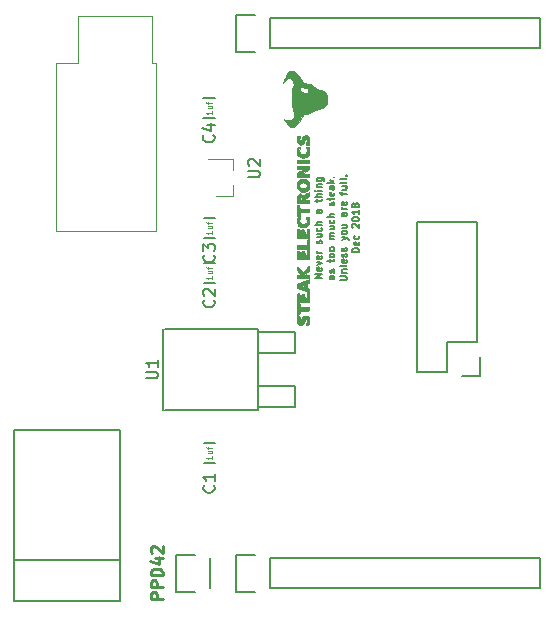
<source format=gbr>
G04 #@! TF.GenerationSoftware,KiCad,Pcbnew,5.0.0-rc2*
G04 #@! TF.CreationDate,2018-12-06T01:23:10-05:00*
G04 #@! TF.ProjectId,msp_shield,6D73705F736869656C642E6B69636164,rev?*
G04 #@! TF.SameCoordinates,Original*
G04 #@! TF.FileFunction,Legend,Top*
G04 #@! TF.FilePolarity,Positive*
%FSLAX46Y46*%
G04 Gerber Fmt 4.6, Leading zero omitted, Abs format (unit mm)*
G04 Created by KiCad (PCBNEW 5.0.0-rc2) date Thu Dec  6 01:23:10 2018*
%MOMM*%
%LPD*%
G01*
G04 APERTURE LIST*
%ADD10C,0.250000*%
%ADD11C,0.150000*%
%ADD12C,0.120000*%
%ADD13C,0.010000*%
%ADD14C,0.125000*%
G04 APERTURE END LIST*
D10*
X128722380Y-113974285D02*
X127722380Y-113974285D01*
X127722380Y-113593333D01*
X127769999Y-113498095D01*
X127817619Y-113450476D01*
X127912857Y-113402857D01*
X128055714Y-113402857D01*
X128150952Y-113450476D01*
X128198571Y-113498095D01*
X128246190Y-113593333D01*
X128246190Y-113974285D01*
X128722380Y-112974285D02*
X127722380Y-112974285D01*
X127722380Y-112593333D01*
X127769999Y-112498095D01*
X127817619Y-112450476D01*
X127912857Y-112402857D01*
X128055714Y-112402857D01*
X128150952Y-112450476D01*
X128198571Y-112498095D01*
X128246190Y-112593333D01*
X128246190Y-112974285D01*
X128722380Y-111974285D02*
X127722380Y-111974285D01*
X127722380Y-111736190D01*
X127770000Y-111593333D01*
X127865238Y-111498095D01*
X127960476Y-111450476D01*
X128150952Y-111402857D01*
X128293809Y-111402857D01*
X128484285Y-111450476D01*
X128579523Y-111498095D01*
X128674761Y-111593333D01*
X128722380Y-111736190D01*
X128722380Y-111974285D01*
X128055714Y-110545714D02*
X128722380Y-110545714D01*
X127674761Y-110783809D02*
X128389047Y-111021904D01*
X128389047Y-110402857D01*
X127817619Y-110069523D02*
X127770000Y-110021904D01*
X127722380Y-109926666D01*
X127722380Y-109688571D01*
X127770000Y-109593333D01*
X127817619Y-109545714D01*
X127912857Y-109498095D01*
X128008095Y-109498095D01*
X128150952Y-109545714D01*
X128722380Y-110117142D01*
X128722380Y-109498095D01*
D11*
X142206428Y-86778571D02*
X141606428Y-86778571D01*
X142206428Y-86435714D01*
X141606428Y-86435714D01*
X142177857Y-85921428D02*
X142206428Y-85978571D01*
X142206428Y-86092857D01*
X142177857Y-86149999D01*
X142120714Y-86178571D01*
X141892142Y-86178571D01*
X141834999Y-86149999D01*
X141806428Y-86092857D01*
X141806428Y-85978571D01*
X141834999Y-85921428D01*
X141892142Y-85892857D01*
X141949285Y-85892857D01*
X142006428Y-86178571D01*
X141806428Y-85692857D02*
X142206428Y-85549999D01*
X141806428Y-85407142D01*
X142177857Y-84949999D02*
X142206428Y-85007142D01*
X142206428Y-85121428D01*
X142177857Y-85178571D01*
X142120714Y-85207142D01*
X141892142Y-85207142D01*
X141834999Y-85178571D01*
X141806428Y-85121428D01*
X141806428Y-85007142D01*
X141834999Y-84949999D01*
X141892142Y-84921428D01*
X141949285Y-84921428D01*
X142006428Y-85207142D01*
X142206428Y-84664285D02*
X141806428Y-84664285D01*
X141920714Y-84664285D02*
X141863571Y-84635714D01*
X141834999Y-84607142D01*
X141806428Y-84549999D01*
X141806428Y-84492857D01*
X142177857Y-83864285D02*
X142206428Y-83807142D01*
X142206428Y-83692857D01*
X142177857Y-83635714D01*
X142120714Y-83607142D01*
X142092142Y-83607142D01*
X142034999Y-83635714D01*
X142006428Y-83692857D01*
X142006428Y-83778571D01*
X141977857Y-83835714D01*
X141920714Y-83864285D01*
X141892142Y-83864285D01*
X141834999Y-83835714D01*
X141806428Y-83778571D01*
X141806428Y-83692857D01*
X141834999Y-83635714D01*
X141806428Y-83092857D02*
X142206428Y-83092857D01*
X141806428Y-83349999D02*
X142120714Y-83349999D01*
X142177857Y-83321428D01*
X142206428Y-83264285D01*
X142206428Y-83178571D01*
X142177857Y-83121428D01*
X142149285Y-83092857D01*
X142177857Y-82549999D02*
X142206428Y-82607142D01*
X142206428Y-82721428D01*
X142177857Y-82778571D01*
X142149285Y-82807142D01*
X142092142Y-82835714D01*
X141920714Y-82835714D01*
X141863571Y-82807142D01*
X141834999Y-82778571D01*
X141806428Y-82721428D01*
X141806428Y-82607142D01*
X141835000Y-82549999D01*
X142206428Y-82292857D02*
X141606428Y-82292857D01*
X142206428Y-82035714D02*
X141892142Y-82035714D01*
X141835000Y-82064285D01*
X141806428Y-82121428D01*
X141806428Y-82207142D01*
X141835000Y-82264285D01*
X141863571Y-82292857D01*
X142206428Y-81035714D02*
X141892142Y-81035714D01*
X141835000Y-81064285D01*
X141806428Y-81121428D01*
X141806428Y-81235714D01*
X141835000Y-81292857D01*
X142177857Y-81035714D02*
X142206428Y-81092857D01*
X142206428Y-81235714D01*
X142177857Y-81292857D01*
X142120714Y-81321428D01*
X142063571Y-81321428D01*
X142006428Y-81292857D01*
X141977857Y-81235714D01*
X141977857Y-81092857D01*
X141949285Y-81035714D01*
X141806428Y-80378571D02*
X141806428Y-80149999D01*
X141606428Y-80292857D02*
X142120714Y-80292857D01*
X142177857Y-80264285D01*
X142206428Y-80207142D01*
X142206428Y-80149999D01*
X142206428Y-79949999D02*
X141606428Y-79949999D01*
X142206428Y-79692857D02*
X141892142Y-79692857D01*
X141835000Y-79721428D01*
X141806428Y-79778571D01*
X141806428Y-79864285D01*
X141835000Y-79921428D01*
X141863571Y-79949999D01*
X142206428Y-79407142D02*
X141806428Y-79407142D01*
X141606428Y-79407142D02*
X141635000Y-79435714D01*
X141663571Y-79407142D01*
X141635000Y-79378571D01*
X141606428Y-79407142D01*
X141663571Y-79407142D01*
X141806428Y-79121428D02*
X142206428Y-79121428D01*
X141863571Y-79121428D02*
X141835000Y-79092857D01*
X141806428Y-79035714D01*
X141806428Y-78949999D01*
X141835000Y-78892857D01*
X141892142Y-78864285D01*
X142206428Y-78864285D01*
X141806428Y-78321428D02*
X142292142Y-78321428D01*
X142349285Y-78349999D01*
X142377857Y-78378571D01*
X142406428Y-78435714D01*
X142406428Y-78521428D01*
X142377857Y-78578571D01*
X142177857Y-78321428D02*
X142206428Y-78378571D01*
X142206428Y-78492857D01*
X142177857Y-78549999D01*
X142149285Y-78578571D01*
X142092142Y-78607142D01*
X141920714Y-78607142D01*
X141863571Y-78578571D01*
X141835000Y-78549999D01*
X141806428Y-78492857D01*
X141806428Y-78378571D01*
X141835000Y-78321428D01*
X143256428Y-86592857D02*
X142942142Y-86592857D01*
X142884999Y-86621428D01*
X142856428Y-86678571D01*
X142856428Y-86792857D01*
X142884999Y-86849999D01*
X143227857Y-86592857D02*
X143256428Y-86649999D01*
X143256428Y-86792857D01*
X143227857Y-86849999D01*
X143170714Y-86878571D01*
X143113571Y-86878571D01*
X143056428Y-86849999D01*
X143027857Y-86792857D01*
X143027857Y-86649999D01*
X142999285Y-86592857D01*
X143227857Y-86335714D02*
X143256428Y-86278571D01*
X143256428Y-86164285D01*
X143227857Y-86107142D01*
X143170714Y-86078571D01*
X143142142Y-86078571D01*
X143084999Y-86107142D01*
X143056428Y-86164285D01*
X143056428Y-86249999D01*
X143027857Y-86307142D01*
X142970714Y-86335714D01*
X142942142Y-86335714D01*
X142884999Y-86307142D01*
X142856428Y-86249999D01*
X142856428Y-86164285D01*
X142884999Y-86107142D01*
X142856428Y-85449999D02*
X142856428Y-85221428D01*
X142656428Y-85364285D02*
X143170714Y-85364285D01*
X143227857Y-85335714D01*
X143256428Y-85278571D01*
X143256428Y-85221428D01*
X143256428Y-84935714D02*
X143227857Y-84992857D01*
X143199285Y-85021428D01*
X143142142Y-85049999D01*
X142970714Y-85049999D01*
X142913571Y-85021428D01*
X142884999Y-84992857D01*
X142856428Y-84935714D01*
X142856428Y-84849999D01*
X142884999Y-84792857D01*
X142913571Y-84764285D01*
X142970714Y-84735714D01*
X143142142Y-84735714D01*
X143199285Y-84764285D01*
X143227857Y-84792857D01*
X143256428Y-84849999D01*
X143256428Y-84935714D01*
X143256428Y-84392857D02*
X143227857Y-84449999D01*
X143199285Y-84478571D01*
X143142142Y-84507142D01*
X142970714Y-84507142D01*
X142913571Y-84478571D01*
X142884999Y-84449999D01*
X142856428Y-84392857D01*
X142856428Y-84307142D01*
X142884999Y-84249999D01*
X142913571Y-84221428D01*
X142970714Y-84192857D01*
X143142142Y-84192857D01*
X143199285Y-84221428D01*
X143227857Y-84249999D01*
X143256428Y-84307142D01*
X143256428Y-84392857D01*
X143256428Y-83478571D02*
X142856428Y-83478571D01*
X142913571Y-83478571D02*
X142884999Y-83449999D01*
X142856428Y-83392857D01*
X142856428Y-83307142D01*
X142884999Y-83249999D01*
X142942142Y-83221428D01*
X143256428Y-83221428D01*
X142942142Y-83221428D02*
X142884999Y-83192857D01*
X142856428Y-83135714D01*
X142856428Y-83049999D01*
X142884999Y-82992857D01*
X142942142Y-82964285D01*
X143256428Y-82964285D01*
X142856428Y-82421428D02*
X143256428Y-82421428D01*
X142856428Y-82678571D02*
X143170714Y-82678571D01*
X143227857Y-82649999D01*
X143256428Y-82592857D01*
X143256428Y-82507142D01*
X143227857Y-82449999D01*
X143199285Y-82421428D01*
X143227857Y-81878571D02*
X143256428Y-81935714D01*
X143256428Y-82049999D01*
X143227857Y-82107142D01*
X143199285Y-82135714D01*
X143142142Y-82164285D01*
X142970714Y-82164285D01*
X142913571Y-82135714D01*
X142885000Y-82107142D01*
X142856428Y-82049999D01*
X142856428Y-81935714D01*
X142885000Y-81878571D01*
X143256428Y-81621428D02*
X142656428Y-81621428D01*
X143256428Y-81364285D02*
X142942142Y-81364285D01*
X142885000Y-81392857D01*
X142856428Y-81449999D01*
X142856428Y-81535714D01*
X142885000Y-81592857D01*
X142913571Y-81621428D01*
X143227857Y-80649999D02*
X143256428Y-80592857D01*
X143256428Y-80478571D01*
X143227857Y-80421428D01*
X143170714Y-80392857D01*
X143142142Y-80392857D01*
X143085000Y-80421428D01*
X143056428Y-80478571D01*
X143056428Y-80564285D01*
X143027857Y-80621428D01*
X142970714Y-80649999D01*
X142942142Y-80649999D01*
X142885000Y-80621428D01*
X142856428Y-80564285D01*
X142856428Y-80478571D01*
X142885000Y-80421428D01*
X142856428Y-80221428D02*
X142856428Y-79992857D01*
X142656428Y-80135714D02*
X143170714Y-80135714D01*
X143227857Y-80107142D01*
X143256428Y-80049999D01*
X143256428Y-79992857D01*
X143227857Y-79564285D02*
X143256428Y-79621428D01*
X143256428Y-79735714D01*
X143227857Y-79792857D01*
X143170714Y-79821428D01*
X142942142Y-79821428D01*
X142885000Y-79792857D01*
X142856428Y-79735714D01*
X142856428Y-79621428D01*
X142885000Y-79564285D01*
X142942142Y-79535714D01*
X142999285Y-79535714D01*
X143056428Y-79821428D01*
X143256428Y-79021428D02*
X142942142Y-79021428D01*
X142885000Y-79049999D01*
X142856428Y-79107142D01*
X142856428Y-79221428D01*
X142885000Y-79278571D01*
X143227857Y-79021428D02*
X143256428Y-79078571D01*
X143256428Y-79221428D01*
X143227857Y-79278571D01*
X143170714Y-79307142D01*
X143113571Y-79307142D01*
X143056428Y-79278571D01*
X143027857Y-79221428D01*
X143027857Y-79078571D01*
X142999285Y-79021428D01*
X143256428Y-78735714D02*
X142656428Y-78735714D01*
X143027857Y-78678571D02*
X143256428Y-78507142D01*
X142856428Y-78507142D02*
X143085000Y-78735714D01*
X143199285Y-78249999D02*
X143227857Y-78221428D01*
X143256428Y-78249999D01*
X143227857Y-78278571D01*
X143199285Y-78249999D01*
X143256428Y-78249999D01*
X143706428Y-86964285D02*
X144192142Y-86964285D01*
X144249285Y-86935714D01*
X144277857Y-86907142D01*
X144306428Y-86850000D01*
X144306428Y-86735714D01*
X144277857Y-86678571D01*
X144249285Y-86650000D01*
X144192142Y-86621428D01*
X143706428Y-86621428D01*
X143906428Y-86335714D02*
X144306428Y-86335714D01*
X143963571Y-86335714D02*
X143934999Y-86307142D01*
X143906428Y-86250000D01*
X143906428Y-86164285D01*
X143934999Y-86107142D01*
X143992142Y-86078571D01*
X144306428Y-86078571D01*
X144306428Y-85707142D02*
X144277857Y-85764285D01*
X144220714Y-85792857D01*
X143706428Y-85792857D01*
X144277857Y-85250000D02*
X144306428Y-85307142D01*
X144306428Y-85421428D01*
X144277857Y-85478571D01*
X144220714Y-85507142D01*
X143992142Y-85507142D01*
X143934999Y-85478571D01*
X143906428Y-85421428D01*
X143906428Y-85307142D01*
X143934999Y-85250000D01*
X143992142Y-85221428D01*
X144049285Y-85221428D01*
X144106428Y-85507142D01*
X144277857Y-84992857D02*
X144306428Y-84935714D01*
X144306428Y-84821428D01*
X144277857Y-84764285D01*
X144220714Y-84735714D01*
X144192142Y-84735714D01*
X144134999Y-84764285D01*
X144106428Y-84821428D01*
X144106428Y-84907142D01*
X144077857Y-84964285D01*
X144020714Y-84992857D01*
X143992142Y-84992857D01*
X143934999Y-84964285D01*
X143906428Y-84907142D01*
X143906428Y-84821428D01*
X143934999Y-84764285D01*
X144277857Y-84507142D02*
X144306428Y-84450000D01*
X144306428Y-84335714D01*
X144277857Y-84278571D01*
X144220714Y-84250000D01*
X144192142Y-84250000D01*
X144134999Y-84278571D01*
X144106428Y-84335714D01*
X144106428Y-84421428D01*
X144077857Y-84478571D01*
X144020714Y-84507142D01*
X143992142Y-84507142D01*
X143934999Y-84478571D01*
X143906428Y-84421428D01*
X143906428Y-84335714D01*
X143934999Y-84278571D01*
X143906428Y-83592857D02*
X144306428Y-83450000D01*
X143906428Y-83307142D02*
X144306428Y-83450000D01*
X144449285Y-83507142D01*
X144477857Y-83535714D01*
X144506428Y-83592857D01*
X144306428Y-82992857D02*
X144277857Y-83050000D01*
X144249285Y-83078571D01*
X144192142Y-83107142D01*
X144020714Y-83107142D01*
X143963571Y-83078571D01*
X143934999Y-83050000D01*
X143906428Y-82992857D01*
X143906428Y-82907142D01*
X143934999Y-82850000D01*
X143963571Y-82821428D01*
X144020714Y-82792857D01*
X144192142Y-82792857D01*
X144249285Y-82821428D01*
X144277857Y-82850000D01*
X144306428Y-82907142D01*
X144306428Y-82992857D01*
X143906428Y-82278571D02*
X144306428Y-82278571D01*
X143906428Y-82535714D02*
X144220714Y-82535714D01*
X144277857Y-82507142D01*
X144306428Y-82450000D01*
X144306428Y-82364285D01*
X144277857Y-82307142D01*
X144249285Y-82278571D01*
X144306428Y-81278571D02*
X143992142Y-81278571D01*
X143935000Y-81307142D01*
X143906428Y-81364285D01*
X143906428Y-81478571D01*
X143935000Y-81535714D01*
X144277857Y-81278571D02*
X144306428Y-81335714D01*
X144306428Y-81478571D01*
X144277857Y-81535714D01*
X144220714Y-81564285D01*
X144163571Y-81564285D01*
X144106428Y-81535714D01*
X144077857Y-81478571D01*
X144077857Y-81335714D01*
X144049285Y-81278571D01*
X144306428Y-80992857D02*
X143906428Y-80992857D01*
X144020714Y-80992857D02*
X143963571Y-80964285D01*
X143935000Y-80935714D01*
X143906428Y-80878571D01*
X143906428Y-80821428D01*
X144277857Y-80392857D02*
X144306428Y-80450000D01*
X144306428Y-80564285D01*
X144277857Y-80621428D01*
X144220714Y-80650000D01*
X143992142Y-80650000D01*
X143935000Y-80621428D01*
X143906428Y-80564285D01*
X143906428Y-80450000D01*
X143935000Y-80392857D01*
X143992142Y-80364285D01*
X144049285Y-80364285D01*
X144106428Y-80650000D01*
X143906428Y-79735714D02*
X143906428Y-79507142D01*
X144306428Y-79650000D02*
X143792142Y-79650000D01*
X143735000Y-79621428D01*
X143706428Y-79564285D01*
X143706428Y-79507142D01*
X143906428Y-79050000D02*
X144306428Y-79050000D01*
X143906428Y-79307142D02*
X144220714Y-79307142D01*
X144277857Y-79278571D01*
X144306428Y-79221428D01*
X144306428Y-79135714D01*
X144277857Y-79078571D01*
X144249285Y-79050000D01*
X144306428Y-78678571D02*
X144277857Y-78735714D01*
X144220714Y-78764285D01*
X143706428Y-78764285D01*
X144306428Y-78364285D02*
X144277857Y-78421428D01*
X144220714Y-78450000D01*
X143706428Y-78450000D01*
X144249285Y-78135714D02*
X144277857Y-78107142D01*
X144306428Y-78135714D01*
X144277857Y-78164285D01*
X144249285Y-78135714D01*
X144306428Y-78135714D01*
X145356428Y-84592857D02*
X144756428Y-84592857D01*
X144756428Y-84450000D01*
X144784999Y-84364285D01*
X144842142Y-84307142D01*
X144899285Y-84278571D01*
X145013571Y-84250000D01*
X145099285Y-84250000D01*
X145213571Y-84278571D01*
X145270714Y-84307142D01*
X145327857Y-84364285D01*
X145356428Y-84450000D01*
X145356428Y-84592857D01*
X145327857Y-83764285D02*
X145356428Y-83821428D01*
X145356428Y-83935714D01*
X145327857Y-83992857D01*
X145270714Y-84021428D01*
X145042142Y-84021428D01*
X144984999Y-83992857D01*
X144956428Y-83935714D01*
X144956428Y-83821428D01*
X144984999Y-83764285D01*
X145042142Y-83735714D01*
X145099285Y-83735714D01*
X145156428Y-84021428D01*
X145327857Y-83221428D02*
X145356428Y-83278571D01*
X145356428Y-83392857D01*
X145327857Y-83450000D01*
X145299285Y-83478571D01*
X145242142Y-83507142D01*
X145070714Y-83507142D01*
X145013571Y-83478571D01*
X144984999Y-83450000D01*
X144956428Y-83392857D01*
X144956428Y-83278571D01*
X144984999Y-83221428D01*
X144813571Y-82535714D02*
X144785000Y-82507142D01*
X144756428Y-82450000D01*
X144756428Y-82307142D01*
X144785000Y-82250000D01*
X144813571Y-82221428D01*
X144870714Y-82192857D01*
X144927857Y-82192857D01*
X145013571Y-82221428D01*
X145356428Y-82564285D01*
X145356428Y-82192857D01*
X144756428Y-81821428D02*
X144756428Y-81764285D01*
X144785000Y-81707142D01*
X144813571Y-81678571D01*
X144870714Y-81650000D01*
X144985000Y-81621428D01*
X145127857Y-81621428D01*
X145242142Y-81650000D01*
X145299285Y-81678571D01*
X145327857Y-81707142D01*
X145356428Y-81764285D01*
X145356428Y-81821428D01*
X145327857Y-81878571D01*
X145299285Y-81907142D01*
X145242142Y-81935714D01*
X145127857Y-81964285D01*
X144985000Y-81964285D01*
X144870714Y-81935714D01*
X144813571Y-81907142D01*
X144785000Y-81878571D01*
X144756428Y-81821428D01*
X145356428Y-81050000D02*
X145356428Y-81392857D01*
X145356428Y-81221428D02*
X144756428Y-81221428D01*
X144842142Y-81278571D01*
X144899285Y-81335714D01*
X144927857Y-81392857D01*
X145013571Y-80707142D02*
X144985000Y-80764285D01*
X144956428Y-80792857D01*
X144899285Y-80821428D01*
X144870714Y-80821428D01*
X144813571Y-80792857D01*
X144785000Y-80764285D01*
X144756428Y-80707142D01*
X144756428Y-80592857D01*
X144785000Y-80535714D01*
X144813571Y-80507142D01*
X144870714Y-80478571D01*
X144899285Y-80478571D01*
X144956428Y-80507142D01*
X144985000Y-80535714D01*
X145013571Y-80592857D01*
X145013571Y-80707142D01*
X145042142Y-80764285D01*
X145070714Y-80792857D01*
X145127857Y-80821428D01*
X145242142Y-80821428D01*
X145299285Y-80792857D01*
X145327857Y-80764285D01*
X145356428Y-80707142D01*
X145356428Y-80592857D01*
X145327857Y-80535714D01*
X145299285Y-80507142D01*
X145242142Y-80478571D01*
X145127857Y-80478571D01*
X145070714Y-80507142D01*
X145042142Y-80535714D01*
X145013571Y-80592857D01*
G04 #@! TO.C,P3*
X132696646Y-113074226D02*
X132696646Y-110534226D01*
X129876646Y-113354226D02*
X129876646Y-110254226D01*
X131426646Y-113354226D02*
X129876646Y-113354226D01*
X129876646Y-110254226D02*
X131426646Y-110254226D01*
G04 #@! TO.C,C1*
X133196646Y-100794226D02*
X132196646Y-100794226D01*
X132196646Y-102494226D02*
X133196646Y-102494226D01*
G04 #@! TO.C,C2*
X133196646Y-85554226D02*
X132196646Y-85554226D01*
X132196646Y-87254226D02*
X133196646Y-87254226D01*
G04 #@! TO.C,C3*
X132196646Y-83444226D02*
X133196646Y-83444226D01*
X133196646Y-81744226D02*
X132196646Y-81744226D01*
G04 #@! TO.C,C4*
X133176646Y-71584226D02*
X132176646Y-71584226D01*
X132176646Y-73284226D02*
X133176646Y-73284226D01*
G04 #@! TO.C,CON1*
X116149120Y-110680500D02*
X125150880Y-110680500D01*
X116149120Y-114180620D02*
X125150880Y-114180620D01*
X125150880Y-114180620D02*
X125150880Y-99679760D01*
X125150880Y-99679760D02*
X116149120Y-99679760D01*
X116149120Y-99679760D02*
X116149120Y-114180620D01*
D12*
G04 #@! TO.C,J1*
X121586646Y-64574226D02*
X127826646Y-64574226D01*
X127826646Y-64574226D02*
X127826646Y-68574226D01*
X127826646Y-68574226D02*
X128126646Y-68574226D01*
X128126646Y-68574226D02*
X128126646Y-82814226D01*
X128126646Y-82814226D02*
X119686646Y-82814226D01*
X119686646Y-82814226D02*
X119686646Y-68574226D01*
X119686646Y-68574226D02*
X121586646Y-68574226D01*
X121586646Y-68574226D02*
X121586646Y-64574226D01*
D11*
G04 #@! TO.C,P1*
X137776646Y-110534226D02*
X160636646Y-110534226D01*
X160636646Y-110534226D02*
X160636646Y-113074226D01*
X160636646Y-113074226D02*
X137776646Y-113074226D01*
X134956646Y-110254226D02*
X136506646Y-110254226D01*
X137776646Y-110534226D02*
X137776646Y-113074226D01*
X136506646Y-113354226D02*
X134956646Y-113354226D01*
X134956646Y-113354226D02*
X134956646Y-110254226D01*
G04 #@! TO.C,P2*
X134956646Y-67634226D02*
X134956646Y-64534226D01*
X136506646Y-67634226D02*
X134956646Y-67634226D01*
X137776646Y-64814226D02*
X137776646Y-67354226D01*
X134956646Y-64534226D02*
X136506646Y-64534226D01*
X160636646Y-67354226D02*
X137776646Y-67354226D01*
X160636646Y-64814226D02*
X160636646Y-67354226D01*
X137776646Y-64814226D02*
X160636646Y-64814226D01*
G04 #@! TO.C,P4*
X150222646Y-94786226D02*
X150222646Y-82086226D01*
X150222646Y-82086226D02*
X155302646Y-82086226D01*
X155302646Y-82086226D02*
X155302646Y-92246226D01*
X150222646Y-94786226D02*
X152762646Y-94786226D01*
X154032646Y-95066226D02*
X155582646Y-95066226D01*
X152762646Y-94786226D02*
X152762646Y-92246226D01*
X152762646Y-92246226D02*
X155302646Y-92246226D01*
X155582646Y-95066226D02*
X155582646Y-93516226D01*
G04 #@! TO.C,U1*
X136760646Y-93135226D02*
X139935646Y-93135226D01*
X139935646Y-93135226D02*
X139935646Y-91357226D01*
X139935646Y-91357226D02*
X136760646Y-91357226D01*
X136760646Y-97707226D02*
X139935646Y-97707226D01*
X139935646Y-97707226D02*
X139935646Y-95929226D01*
X139935646Y-95929226D02*
X136760646Y-95929226D01*
X130664646Y-91103226D02*
X136760646Y-91103226D01*
X136760646Y-91103226D02*
X136760646Y-97961226D01*
X136760646Y-97961226D02*
X128886646Y-97961226D01*
X128759646Y-97961226D02*
X128759646Y-91103226D01*
X128886646Y-91103226D02*
X130664646Y-91103226D01*
D12*
G04 #@! TO.C,U2*
X134726646Y-79856226D02*
X134726646Y-78926226D01*
X134726646Y-76696226D02*
X134726646Y-77626226D01*
X134726646Y-76696226D02*
X132566646Y-76696226D01*
X134726646Y-79856226D02*
X133266646Y-79856226D01*
D13*
G04 #@! TO.C,G\002A\002A\002A*
G36*
X140105065Y-74908543D02*
X140142149Y-74794363D01*
X140209057Y-74751089D01*
X140259716Y-74753948D01*
X140325496Y-74800236D01*
X140326683Y-74862401D01*
X140302325Y-75046404D01*
X140317661Y-75177903D01*
X140370570Y-75241311D01*
X140378549Y-75243451D01*
X140438801Y-75227586D01*
X140477811Y-75139959D01*
X140487674Y-75094114D01*
X140553692Y-74896666D01*
X140657398Y-74765849D01*
X140785920Y-74708213D01*
X140926381Y-74730306D01*
X141041372Y-74812446D01*
X141126541Y-74958709D01*
X141151897Y-75169364D01*
X141122136Y-75426454D01*
X141082784Y-75504472D01*
X140988767Y-75529931D01*
X140966169Y-75530364D01*
X140830215Y-75530364D01*
X140902351Y-75357718D01*
X140945729Y-75205521D01*
X140945974Y-75079160D01*
X140906419Y-74999705D01*
X140843367Y-74984903D01*
X140778537Y-75041353D01*
X140730581Y-75171646D01*
X140728366Y-75181929D01*
X140658336Y-75380164D01*
X140547402Y-75495982D01*
X140408661Y-75530364D01*
X140250224Y-75492989D01*
X140146251Y-75381370D01*
X140097304Y-75196269D01*
X140093253Y-75103182D01*
X140105065Y-74908543D01*
X140105065Y-74908543D01*
G37*
X140105065Y-74908543D02*
X140142149Y-74794363D01*
X140209057Y-74751089D01*
X140259716Y-74753948D01*
X140325496Y-74800236D01*
X140326683Y-74862401D01*
X140302325Y-75046404D01*
X140317661Y-75177903D01*
X140370570Y-75241311D01*
X140378549Y-75243451D01*
X140438801Y-75227586D01*
X140477811Y-75139959D01*
X140487674Y-75094114D01*
X140553692Y-74896666D01*
X140657398Y-74765849D01*
X140785920Y-74708213D01*
X140926381Y-74730306D01*
X141041372Y-74812446D01*
X141126541Y-74958709D01*
X141151897Y-75169364D01*
X141122136Y-75426454D01*
X141082784Y-75504472D01*
X140988767Y-75529931D01*
X140966169Y-75530364D01*
X140830215Y-75530364D01*
X140902351Y-75357718D01*
X140945729Y-75205521D01*
X140945974Y-75079160D01*
X140906419Y-74999705D01*
X140843367Y-74984903D01*
X140778537Y-75041353D01*
X140730581Y-75171646D01*
X140728366Y-75181929D01*
X140658336Y-75380164D01*
X140547402Y-75495982D01*
X140408661Y-75530364D01*
X140250224Y-75492989D01*
X140146251Y-75381370D01*
X140097304Y-75196269D01*
X140093253Y-75103182D01*
X140105065Y-74908543D01*
G36*
X140100271Y-75900714D02*
X140128269Y-75784931D01*
X140183772Y-75728467D01*
X140262235Y-75715091D01*
X140342521Y-75727081D01*
X140351389Y-75780685D01*
X140339596Y-75819000D01*
X140302199Y-76018314D01*
X140338897Y-76173499D01*
X140444407Y-76275493D01*
X140613444Y-76315236D01*
X140629165Y-76315454D01*
X140783829Y-76280023D01*
X140897135Y-76188397D01*
X140953169Y-76062576D01*
X140936014Y-75924560D01*
X140926377Y-75904599D01*
X140881812Y-75789983D01*
X140906039Y-75730293D01*
X140987705Y-75715091D01*
X141088285Y-75749564D01*
X141125620Y-75819000D01*
X141151872Y-76010357D01*
X141140245Y-76208852D01*
X141095955Y-76361636D01*
X141017651Y-76456216D01*
X140895676Y-76545639D01*
X140863719Y-76562672D01*
X140646798Y-76622601D01*
X140436480Y-76592716D01*
X140246270Y-76475309D01*
X140224143Y-76454156D01*
X140140177Y-76352278D01*
X140101465Y-76241791D01*
X140092546Y-76091875D01*
X140100271Y-75900714D01*
X140100271Y-75900714D01*
G37*
X140100271Y-75900714D02*
X140128269Y-75784931D01*
X140183772Y-75728467D01*
X140262235Y-75715091D01*
X140342521Y-75727081D01*
X140351389Y-75780685D01*
X140339596Y-75819000D01*
X140302199Y-76018314D01*
X140338897Y-76173499D01*
X140444407Y-76275493D01*
X140613444Y-76315236D01*
X140629165Y-76315454D01*
X140783829Y-76280023D01*
X140897135Y-76188397D01*
X140953169Y-76062576D01*
X140936014Y-75924560D01*
X140926377Y-75904599D01*
X140881812Y-75789983D01*
X140906039Y-75730293D01*
X140987705Y-75715091D01*
X141088285Y-75749564D01*
X141125620Y-75819000D01*
X141151872Y-76010357D01*
X141140245Y-76208852D01*
X141095955Y-76361636D01*
X141017651Y-76456216D01*
X140895676Y-76545639D01*
X140863719Y-76562672D01*
X140646798Y-76622601D01*
X140436480Y-76592716D01*
X140246270Y-76475309D01*
X140224143Y-76454156D01*
X140140177Y-76352278D01*
X140101465Y-76241791D01*
X140092546Y-76091875D01*
X140100271Y-75900714D01*
G36*
X141154728Y-76777273D02*
X141154728Y-76908121D01*
X141148715Y-77009370D01*
X141135671Y-77058212D01*
X141084609Y-77064721D01*
X140960727Y-77067653D01*
X140783506Y-77066833D01*
X140604580Y-77063028D01*
X140092546Y-77048602D01*
X140092546Y-76777273D01*
X141154728Y-76777273D01*
X141154728Y-76777273D01*
G37*
X141154728Y-76777273D02*
X141154728Y-76908121D01*
X141148715Y-77009370D01*
X141135671Y-77058212D01*
X141084609Y-77064721D01*
X140960727Y-77067653D01*
X140783506Y-77066833D01*
X140604580Y-77063028D01*
X140092546Y-77048602D01*
X140092546Y-76777273D01*
X141154728Y-76777273D01*
G36*
X140099293Y-77977528D02*
X140131184Y-77915743D01*
X140205695Y-77855322D01*
X140340298Y-77778607D01*
X140401080Y-77746604D01*
X140709614Y-77585454D01*
X140401080Y-77571799D01*
X140237130Y-77562981D01*
X140144855Y-77548139D01*
X140103654Y-77517251D01*
X140092923Y-77460295D01*
X140092546Y-77421708D01*
X140092546Y-77285273D01*
X141160303Y-77285273D01*
X141145970Y-77451061D01*
X141132146Y-77538624D01*
X141096707Y-77604783D01*
X141021643Y-77667684D01*
X140888947Y-77745475D01*
X140813717Y-77785880D01*
X140495798Y-77954909D01*
X140825263Y-77968478D01*
X140996239Y-77977403D01*
X141094773Y-77991678D01*
X141140757Y-78018972D01*
X141154084Y-78066951D01*
X141154728Y-78095478D01*
X141154728Y-78208909D01*
X140092546Y-78208909D01*
X140092546Y-78058331D01*
X140099293Y-77977528D01*
X140099293Y-77977528D01*
G37*
X140099293Y-77977528D02*
X140131184Y-77915743D01*
X140205695Y-77855322D01*
X140340298Y-77778607D01*
X140401080Y-77746604D01*
X140709614Y-77585454D01*
X140401080Y-77571799D01*
X140237130Y-77562981D01*
X140144855Y-77548139D01*
X140103654Y-77517251D01*
X140092923Y-77460295D01*
X140092546Y-77421708D01*
X140092546Y-77285273D01*
X141160303Y-77285273D01*
X141145970Y-77451061D01*
X141132146Y-77538624D01*
X141096707Y-77604783D01*
X141021643Y-77667684D01*
X140888947Y-77745475D01*
X140813717Y-77785880D01*
X140495798Y-77954909D01*
X140825263Y-77968478D01*
X140996239Y-77977403D01*
X141094773Y-77991678D01*
X141140757Y-78018972D01*
X141154084Y-78066951D01*
X141154728Y-78095478D01*
X141154728Y-78208909D01*
X140092546Y-78208909D01*
X140092546Y-78058331D01*
X140099293Y-77977528D01*
G36*
X140099752Y-78781561D02*
X140128818Y-78673295D01*
X140190915Y-78585762D01*
X140213176Y-78562692D01*
X140377053Y-78453373D01*
X140570489Y-78405324D01*
X140767731Y-78416869D01*
X140943026Y-78486331D01*
X141070618Y-78612035D01*
X141074687Y-78618753D01*
X141134530Y-78789938D01*
X141149192Y-78995792D01*
X141116085Y-79189030D01*
X141107215Y-79213072D01*
X141007998Y-79347149D01*
X140850801Y-79443093D01*
X140665642Y-79490828D01*
X140601288Y-79487120D01*
X140601288Y-79182344D01*
X140767551Y-79159093D01*
X140837188Y-79129477D01*
X140909186Y-79046685D01*
X140920245Y-78931015D01*
X140875225Y-78814406D01*
X140778989Y-78728797D01*
X140775974Y-78727332D01*
X140607792Y-78690994D01*
X140450384Y-78733751D01*
X140338583Y-78838036D01*
X140292832Y-78925742D01*
X140303801Y-78998437D01*
X140342299Y-79063273D01*
X140448646Y-79148947D01*
X140601288Y-79182344D01*
X140601288Y-79487120D01*
X140482538Y-79480277D01*
X140401237Y-79450047D01*
X140231168Y-79341695D01*
X140135289Y-79217084D01*
X140096223Y-79047843D01*
X140092546Y-78946066D01*
X140099752Y-78781561D01*
X140099752Y-78781561D01*
G37*
X140099752Y-78781561D02*
X140128818Y-78673295D01*
X140190915Y-78585762D01*
X140213176Y-78562692D01*
X140377053Y-78453373D01*
X140570489Y-78405324D01*
X140767731Y-78416869D01*
X140943026Y-78486331D01*
X141070618Y-78612035D01*
X141074687Y-78618753D01*
X141134530Y-78789938D01*
X141149192Y-78995792D01*
X141116085Y-79189030D01*
X141107215Y-79213072D01*
X141007998Y-79347149D01*
X140850801Y-79443093D01*
X140665642Y-79490828D01*
X140601288Y-79487120D01*
X140601288Y-79182344D01*
X140767551Y-79159093D01*
X140837188Y-79129477D01*
X140909186Y-79046685D01*
X140920245Y-78931015D01*
X140875225Y-78814406D01*
X140778989Y-78728797D01*
X140775974Y-78727332D01*
X140607792Y-78690994D01*
X140450384Y-78733751D01*
X140338583Y-78838036D01*
X140292832Y-78925742D01*
X140303801Y-78998437D01*
X140342299Y-79063273D01*
X140448646Y-79148947D01*
X140601288Y-79182344D01*
X140601288Y-79487120D01*
X140482538Y-79480277D01*
X140401237Y-79450047D01*
X140231168Y-79341695D01*
X140135289Y-79217084D01*
X140096223Y-79047843D01*
X140092546Y-78946066D01*
X140099752Y-78781561D01*
G36*
X140095909Y-79978356D02*
X140111302Y-79869910D01*
X140146682Y-79799384D01*
X140210005Y-79739598D01*
X140214228Y-79736261D01*
X140314040Y-79670183D01*
X140389896Y-79640653D01*
X140392728Y-79640545D01*
X140465804Y-79667174D01*
X140565391Y-79731720D01*
X140571227Y-79736261D01*
X140651825Y-79788441D01*
X140691920Y-79792411D01*
X140692910Y-79787529D01*
X140730144Y-79749347D01*
X140821928Y-79690034D01*
X140938379Y-79625910D01*
X141049617Y-79573295D01*
X141125761Y-79548511D01*
X141131133Y-79548182D01*
X141146959Y-79588736D01*
X141154600Y-79687994D01*
X141154728Y-79704215D01*
X141139429Y-79821062D01*
X141075473Y-79888984D01*
X141012249Y-79919266D01*
X140864976Y-79998143D01*
X140767168Y-80085958D01*
X140739091Y-80151844D01*
X140780375Y-80177420D01*
X140884824Y-80192761D01*
X140946910Y-80194727D01*
X141074700Y-80198743D01*
X141135226Y-80221932D01*
X141153553Y-80281005D01*
X141154728Y-80333273D01*
X141154728Y-80471818D01*
X140438910Y-80471818D01*
X140438910Y-80194727D01*
X140531632Y-80167176D01*
X140550512Y-80099422D01*
X140489664Y-80013818D01*
X140487114Y-80011679D01*
X140400383Y-79979180D01*
X140339286Y-80026469D01*
X140323455Y-80105089D01*
X140351991Y-80175795D01*
X140438910Y-80194727D01*
X140438910Y-80471818D01*
X140092546Y-80471818D01*
X140092546Y-80151897D01*
X140095909Y-79978356D01*
X140095909Y-79978356D01*
G37*
X140095909Y-79978356D02*
X140111302Y-79869910D01*
X140146682Y-79799384D01*
X140210005Y-79739598D01*
X140214228Y-79736261D01*
X140314040Y-79670183D01*
X140389896Y-79640653D01*
X140392728Y-79640545D01*
X140465804Y-79667174D01*
X140565391Y-79731720D01*
X140571227Y-79736261D01*
X140651825Y-79788441D01*
X140691920Y-79792411D01*
X140692910Y-79787529D01*
X140730144Y-79749347D01*
X140821928Y-79690034D01*
X140938379Y-79625910D01*
X141049617Y-79573295D01*
X141125761Y-79548511D01*
X141131133Y-79548182D01*
X141146959Y-79588736D01*
X141154600Y-79687994D01*
X141154728Y-79704215D01*
X141139429Y-79821062D01*
X141075473Y-79888984D01*
X141012249Y-79919266D01*
X140864976Y-79998143D01*
X140767168Y-80085958D01*
X140739091Y-80151844D01*
X140780375Y-80177420D01*
X140884824Y-80192761D01*
X140946910Y-80194727D01*
X141074700Y-80198743D01*
X141135226Y-80221932D01*
X141153553Y-80281005D01*
X141154728Y-80333273D01*
X141154728Y-80471818D01*
X140438910Y-80471818D01*
X140438910Y-80194727D01*
X140531632Y-80167176D01*
X140550512Y-80099422D01*
X140489664Y-80013818D01*
X140487114Y-80011679D01*
X140400383Y-79979180D01*
X140339286Y-80026469D01*
X140323455Y-80105089D01*
X140351991Y-80175795D01*
X140438910Y-80194727D01*
X140438910Y-80471818D01*
X140092546Y-80471818D01*
X140092546Y-80151897D01*
X140095909Y-79978356D01*
G36*
X140102529Y-81083727D02*
X140109533Y-80864203D01*
X140118938Y-80720931D01*
X140134165Y-80637807D01*
X140158636Y-80598726D01*
X140195772Y-80587581D01*
X140208000Y-80587273D01*
X140272498Y-80607147D01*
X140304930Y-80682228D01*
X140314697Y-80760454D01*
X140329031Y-80933636D01*
X141154728Y-80933636D01*
X141154728Y-81210727D01*
X140323455Y-81210727D01*
X140323455Y-81395454D01*
X140317222Y-81514409D01*
X140287536Y-81567284D01*
X140217912Y-81580100D01*
X140206438Y-81580182D01*
X140089421Y-81580182D01*
X140102529Y-81083727D01*
X140102529Y-81083727D01*
G37*
X140102529Y-81083727D02*
X140109533Y-80864203D01*
X140118938Y-80720931D01*
X140134165Y-80637807D01*
X140158636Y-80598726D01*
X140195772Y-80587581D01*
X140208000Y-80587273D01*
X140272498Y-80607147D01*
X140304930Y-80682228D01*
X140314697Y-80760454D01*
X140329031Y-80933636D01*
X141154728Y-80933636D01*
X141154728Y-81210727D01*
X140323455Y-81210727D01*
X140323455Y-81395454D01*
X140317222Y-81514409D01*
X140287536Y-81567284D01*
X140217912Y-81580100D01*
X140206438Y-81580182D01*
X140089421Y-81580182D01*
X140102529Y-81083727D01*
G36*
X140102071Y-81931044D02*
X140112010Y-81775643D01*
X140130287Y-81689789D01*
X140168171Y-81650712D01*
X140236935Y-81635641D01*
X140248990Y-81634228D01*
X140340416Y-81632816D01*
X140361372Y-81666418D01*
X140352702Y-81696246D01*
X140300486Y-81857903D01*
X140296705Y-81969734D01*
X140344180Y-82062226D01*
X140391366Y-82114109D01*
X140495265Y-82197273D01*
X140597243Y-82217266D01*
X140661334Y-82208658D01*
X140832007Y-82143075D01*
X140924994Y-82027800D01*
X140939871Y-81863751D01*
X140895984Y-81699927D01*
X140897426Y-81644013D01*
X140972056Y-81626474D01*
X140983209Y-81626364D01*
X141081574Y-81652506D01*
X141126696Y-81699413D01*
X141153462Y-81853821D01*
X141143238Y-82041054D01*
X141099918Y-82211117D01*
X141084188Y-82245445D01*
X140988930Y-82386757D01*
X140869833Y-82466555D01*
X140700209Y-82499223D01*
X140607529Y-82502349D01*
X140452645Y-82496323D01*
X140350515Y-82466117D01*
X140262015Y-82397011D01*
X140224508Y-82358225D01*
X140148272Y-82267227D01*
X140109474Y-82181457D01*
X140098145Y-82066129D01*
X140102071Y-81931044D01*
X140102071Y-81931044D01*
G37*
X140102071Y-81931044D02*
X140112010Y-81775643D01*
X140130287Y-81689789D01*
X140168171Y-81650712D01*
X140236935Y-81635641D01*
X140248990Y-81634228D01*
X140340416Y-81632816D01*
X140361372Y-81666418D01*
X140352702Y-81696246D01*
X140300486Y-81857903D01*
X140296705Y-81969734D01*
X140344180Y-82062226D01*
X140391366Y-82114109D01*
X140495265Y-82197273D01*
X140597243Y-82217266D01*
X140661334Y-82208658D01*
X140832007Y-82143075D01*
X140924994Y-82027800D01*
X140939871Y-81863751D01*
X140895984Y-81699927D01*
X140897426Y-81644013D01*
X140972056Y-81626474D01*
X140983209Y-81626364D01*
X141081574Y-81652506D01*
X141126696Y-81699413D01*
X141153462Y-81853821D01*
X141143238Y-82041054D01*
X141099918Y-82211117D01*
X141084188Y-82245445D01*
X140988930Y-82386757D01*
X140869833Y-82466555D01*
X140700209Y-82499223D01*
X140607529Y-82502349D01*
X140452645Y-82496323D01*
X140350515Y-82466117D01*
X140262015Y-82397011D01*
X140224508Y-82358225D01*
X140148272Y-82267227D01*
X140109474Y-82181457D01*
X140098145Y-82066129D01*
X140102071Y-81931044D01*
G36*
X140093776Y-82828584D02*
X140101393Y-82718867D01*
X140121286Y-82663822D01*
X140159343Y-82644605D01*
X140208000Y-82642364D01*
X140276522Y-82649850D01*
X140310705Y-82688057D01*
X140322361Y-82780603D01*
X140323455Y-82873273D01*
X140329221Y-83013716D01*
X140351509Y-83083535D01*
X140397803Y-83104025D01*
X140404606Y-83104182D01*
X140454199Y-83089299D01*
X140473546Y-83029544D01*
X140469691Y-82902252D01*
X140469228Y-82896364D01*
X140462369Y-82768835D01*
X140478882Y-82708326D01*
X140533998Y-82689850D01*
X140595896Y-82688545D01*
X140683924Y-82694192D01*
X140725614Y-82727858D01*
X140738256Y-82814637D01*
X140739091Y-82896364D01*
X140745135Y-83026233D01*
X140770229Y-83087645D01*
X140824820Y-83104102D01*
X140831455Y-83104182D01*
X140886855Y-83092025D01*
X140914485Y-83040423D01*
X140923423Y-82926682D01*
X140923819Y-82873273D01*
X140927562Y-82736230D01*
X140946665Y-82667863D01*
X140992939Y-82644551D01*
X141039273Y-82642364D01*
X141096534Y-82646301D01*
X141130820Y-82670675D01*
X141148022Y-82734332D01*
X141154027Y-82856116D01*
X141154728Y-83011818D01*
X141154728Y-83381273D01*
X140092546Y-83381273D01*
X140092546Y-83011818D01*
X140093776Y-82828584D01*
X140093776Y-82828584D01*
G37*
X140093776Y-82828584D02*
X140101393Y-82718867D01*
X140121286Y-82663822D01*
X140159343Y-82644605D01*
X140208000Y-82642364D01*
X140276522Y-82649850D01*
X140310705Y-82688057D01*
X140322361Y-82780603D01*
X140323455Y-82873273D01*
X140329221Y-83013716D01*
X140351509Y-83083535D01*
X140397803Y-83104025D01*
X140404606Y-83104182D01*
X140454199Y-83089299D01*
X140473546Y-83029544D01*
X140469691Y-82902252D01*
X140469228Y-82896364D01*
X140462369Y-82768835D01*
X140478882Y-82708326D01*
X140533998Y-82689850D01*
X140595896Y-82688545D01*
X140683924Y-82694192D01*
X140725614Y-82727858D01*
X140738256Y-82814637D01*
X140739091Y-82896364D01*
X140745135Y-83026233D01*
X140770229Y-83087645D01*
X140824820Y-83104102D01*
X140831455Y-83104182D01*
X140886855Y-83092025D01*
X140914485Y-83040423D01*
X140923423Y-82926682D01*
X140923819Y-82873273D01*
X140927562Y-82736230D01*
X140946665Y-82667863D01*
X140992939Y-82644551D01*
X141039273Y-82642364D01*
X141096534Y-82646301D01*
X141130820Y-82670675D01*
X141148022Y-82734332D01*
X141154027Y-82856116D01*
X141154728Y-83011818D01*
X141154728Y-83381273D01*
X140092546Y-83381273D01*
X140092546Y-83011818D01*
X140093776Y-82828584D01*
G36*
X140923819Y-83981636D02*
X140923819Y-83750727D01*
X140927562Y-83613685D01*
X140946665Y-83545318D01*
X140992939Y-83522006D01*
X141039273Y-83519818D01*
X141095182Y-83523422D01*
X141129303Y-83546426D01*
X141147015Y-83607115D01*
X141153697Y-83723778D01*
X141154728Y-83912364D01*
X141154728Y-84304909D01*
X140092546Y-84304909D01*
X140092546Y-83981636D01*
X140923819Y-83981636D01*
X140923819Y-83981636D01*
G37*
X140923819Y-83981636D02*
X140923819Y-83750727D01*
X140927562Y-83613685D01*
X140946665Y-83545318D01*
X140992939Y-83522006D01*
X141039273Y-83519818D01*
X141095182Y-83523422D01*
X141129303Y-83546426D01*
X141147015Y-83607115D01*
X141153697Y-83723778D01*
X141154728Y-83912364D01*
X141154728Y-84304909D01*
X140092546Y-84304909D01*
X140092546Y-83981636D01*
X140923819Y-83981636D01*
G36*
X140093776Y-84675857D02*
X140101393Y-84566140D01*
X140121286Y-84511095D01*
X140159343Y-84491878D01*
X140208000Y-84489636D01*
X140279245Y-84498250D01*
X140313000Y-84540589D01*
X140323014Y-84641401D01*
X140323455Y-84697454D01*
X140332521Y-84834430D01*
X140363346Y-84896823D01*
X140392728Y-84905273D01*
X140440895Y-84874769D01*
X140460743Y-84773653D01*
X140462000Y-84720545D01*
X140467471Y-84602097D01*
X140497119Y-84549441D01*
X140570796Y-84536110D01*
X140600546Y-84535818D01*
X140689382Y-84543113D01*
X140728874Y-84582643D01*
X140738873Y-84680879D01*
X140739091Y-84720545D01*
X140746837Y-84841401D01*
X140778143Y-84894814D01*
X140831455Y-84905273D01*
X140886855Y-84893116D01*
X140914485Y-84841514D01*
X140923423Y-84727773D01*
X140923819Y-84674364D01*
X140927562Y-84537321D01*
X140946665Y-84468954D01*
X140992939Y-84445642D01*
X141039273Y-84443454D01*
X141095182Y-84447059D01*
X141129303Y-84470062D01*
X141147015Y-84530752D01*
X141153697Y-84647414D01*
X141154728Y-84836000D01*
X141154728Y-85228545D01*
X140092546Y-85228545D01*
X140092546Y-84859091D01*
X140093776Y-84675857D01*
X140093776Y-84675857D01*
G37*
X140093776Y-84675857D02*
X140101393Y-84566140D01*
X140121286Y-84511095D01*
X140159343Y-84491878D01*
X140208000Y-84489636D01*
X140279245Y-84498250D01*
X140313000Y-84540589D01*
X140323014Y-84641401D01*
X140323455Y-84697454D01*
X140332521Y-84834430D01*
X140363346Y-84896823D01*
X140392728Y-84905273D01*
X140440895Y-84874769D01*
X140460743Y-84773653D01*
X140462000Y-84720545D01*
X140467471Y-84602097D01*
X140497119Y-84549441D01*
X140570796Y-84536110D01*
X140600546Y-84535818D01*
X140689382Y-84543113D01*
X140728874Y-84582643D01*
X140738873Y-84680879D01*
X140739091Y-84720545D01*
X140746837Y-84841401D01*
X140778143Y-84894814D01*
X140831455Y-84905273D01*
X140886855Y-84893116D01*
X140914485Y-84841514D01*
X140923423Y-84727773D01*
X140923819Y-84674364D01*
X140927562Y-84537321D01*
X140946665Y-84468954D01*
X140992939Y-84445642D01*
X141039273Y-84443454D01*
X141095182Y-84447059D01*
X141129303Y-84470062D01*
X141147015Y-84530752D01*
X141153697Y-84647414D01*
X141154728Y-84836000D01*
X141154728Y-85228545D01*
X140092546Y-85228545D01*
X140092546Y-84859091D01*
X140093776Y-84675857D01*
G36*
X140102127Y-86572818D02*
X140148917Y-86530769D01*
X140259989Y-86513359D01*
X140265728Y-86512879D01*
X140438910Y-86498545D01*
X140265728Y-86337229D01*
X140155251Y-86219451D01*
X140103896Y-86114336D01*
X140092546Y-86002411D01*
X140098688Y-85890898D01*
X140113917Y-85831771D01*
X140118635Y-85828909D01*
X140161515Y-85859545D01*
X140249208Y-85939973D01*
X140362966Y-86052972D01*
X140366176Y-86056265D01*
X140587628Y-86283621D01*
X140834964Y-86033174D01*
X140957635Y-85913451D01*
X141056826Y-85824891D01*
X141114056Y-85783818D01*
X141118514Y-85782727D01*
X141141898Y-85823519D01*
X141154183Y-85924534D01*
X141154728Y-85954161D01*
X141140913Y-86071062D01*
X141088523Y-86176692D01*
X140981141Y-86302261D01*
X140960385Y-86323616D01*
X140766042Y-86521636D01*
X140960385Y-86521636D01*
X141082781Y-86526429D01*
X141138743Y-86553098D01*
X141154135Y-86620085D01*
X141154728Y-86660182D01*
X141154728Y-86798727D01*
X140092546Y-86798727D01*
X140092546Y-86662970D01*
X140102127Y-86572818D01*
X140102127Y-86572818D01*
G37*
X140102127Y-86572818D02*
X140148917Y-86530769D01*
X140259989Y-86513359D01*
X140265728Y-86512879D01*
X140438910Y-86498545D01*
X140265728Y-86337229D01*
X140155251Y-86219451D01*
X140103896Y-86114336D01*
X140092546Y-86002411D01*
X140098688Y-85890898D01*
X140113917Y-85831771D01*
X140118635Y-85828909D01*
X140161515Y-85859545D01*
X140249208Y-85939973D01*
X140362966Y-86052972D01*
X140366176Y-86056265D01*
X140587628Y-86283621D01*
X140834964Y-86033174D01*
X140957635Y-85913451D01*
X141056826Y-85824891D01*
X141114056Y-85783818D01*
X141118514Y-85782727D01*
X141141898Y-85823519D01*
X141154183Y-85924534D01*
X141154728Y-85954161D01*
X141140913Y-86071062D01*
X141088523Y-86176692D01*
X140981141Y-86302261D01*
X140960385Y-86323616D01*
X140766042Y-86521636D01*
X140960385Y-86521636D01*
X141082781Y-86526429D01*
X141138743Y-86553098D01*
X141154135Y-86620085D01*
X141154728Y-86660182D01*
X141154728Y-86798727D01*
X140092546Y-86798727D01*
X140092546Y-86662970D01*
X140102127Y-86572818D01*
G36*
X140103493Y-87324312D02*
X140149709Y-87258339D01*
X140219546Y-87224597D01*
X140331690Y-87183248D01*
X140491233Y-87124759D01*
X140623637Y-87076390D01*
X140788062Y-87015891D01*
X140931364Y-86962245D01*
X141006810Y-86933214D01*
X141103702Y-86899122D01*
X141145072Y-86914260D01*
X141154562Y-86996869D01*
X141154728Y-87047341D01*
X141138661Y-87165890D01*
X141081916Y-87221413D01*
X141062364Y-87227745D01*
X141001257Y-87263580D01*
X140974401Y-87345756D01*
X140970000Y-87445273D01*
X140979484Y-87575687D01*
X141015380Y-87641302D01*
X141062364Y-87662801D01*
X141129958Y-87707656D01*
X141154007Y-87809940D01*
X141154728Y-87843204D01*
X141150578Y-87947961D01*
X141140419Y-87998597D01*
X141138744Y-87999454D01*
X141121579Y-87995193D01*
X141075763Y-87979891D01*
X140990832Y-87949771D01*
X140856322Y-87901056D01*
X140661769Y-87829968D01*
X140641776Y-87822634D01*
X140641776Y-87530627D01*
X140715162Y-87517453D01*
X140739091Y-87440332D01*
X140719819Y-87369963D01*
X140666041Y-87371059D01*
X140553132Y-87397589D01*
X140515951Y-87400560D01*
X140469014Y-87409238D01*
X140495139Y-87443637D01*
X140528554Y-87469832D01*
X140641776Y-87530627D01*
X140641776Y-87822634D01*
X140396710Y-87732730D01*
X140219546Y-87667640D01*
X140133773Y-87621142D01*
X140098260Y-87544787D01*
X140092546Y-87446358D01*
X140103493Y-87324312D01*
X140103493Y-87324312D01*
G37*
X140103493Y-87324312D02*
X140149709Y-87258339D01*
X140219546Y-87224597D01*
X140331690Y-87183248D01*
X140491233Y-87124759D01*
X140623637Y-87076390D01*
X140788062Y-87015891D01*
X140931364Y-86962245D01*
X141006810Y-86933214D01*
X141103702Y-86899122D01*
X141145072Y-86914260D01*
X141154562Y-86996869D01*
X141154728Y-87047341D01*
X141138661Y-87165890D01*
X141081916Y-87221413D01*
X141062364Y-87227745D01*
X141001257Y-87263580D01*
X140974401Y-87345756D01*
X140970000Y-87445273D01*
X140979484Y-87575687D01*
X141015380Y-87641302D01*
X141062364Y-87662801D01*
X141129958Y-87707656D01*
X141154007Y-87809940D01*
X141154728Y-87843204D01*
X141150578Y-87947961D01*
X141140419Y-87998597D01*
X141138744Y-87999454D01*
X141121579Y-87995193D01*
X141075763Y-87979891D01*
X140990832Y-87949771D01*
X140856322Y-87901056D01*
X140661769Y-87829968D01*
X140641776Y-87822634D01*
X140641776Y-87530627D01*
X140715162Y-87517453D01*
X140739091Y-87440332D01*
X140719819Y-87369963D01*
X140666041Y-87371059D01*
X140553132Y-87397589D01*
X140515951Y-87400560D01*
X140469014Y-87409238D01*
X140495139Y-87443637D01*
X140528554Y-87469832D01*
X140641776Y-87530627D01*
X140641776Y-87822634D01*
X140396710Y-87732730D01*
X140219546Y-87667640D01*
X140133773Y-87621142D01*
X140098260Y-87544787D01*
X140092546Y-87446358D01*
X140103493Y-87324312D01*
G36*
X140093776Y-88278038D02*
X140101393Y-88168321D01*
X140121286Y-88113277D01*
X140159343Y-88094060D01*
X140208000Y-88091818D01*
X140279245Y-88100432D01*
X140313000Y-88142771D01*
X140323014Y-88243583D01*
X140323455Y-88299636D01*
X140333211Y-88438573D01*
X140365440Y-88500780D01*
X140390072Y-88507454D01*
X140440565Y-88466912D01*
X140468245Y-88342030D01*
X140470891Y-88311182D01*
X140486150Y-88187009D01*
X140518967Y-88130030D01*
X140585963Y-88115082D01*
X140600546Y-88114909D01*
X140674361Y-88125577D01*
X140711407Y-88174357D01*
X140728307Y-88286413D01*
X140730201Y-88311182D01*
X140747669Y-88438413D01*
X140783526Y-88496129D01*
X140834110Y-88507454D01*
X140888050Y-88494471D01*
X140914942Y-88440546D01*
X140923513Y-88323214D01*
X140923819Y-88276545D01*
X140927562Y-88139503D01*
X140946665Y-88071136D01*
X140992939Y-88047824D01*
X141039273Y-88045636D01*
X141095182Y-88049240D01*
X141129303Y-88072244D01*
X141147015Y-88132934D01*
X141153697Y-88249596D01*
X141154728Y-88438182D01*
X141154728Y-88830727D01*
X140092546Y-88830727D01*
X140092546Y-88461273D01*
X140093776Y-88278038D01*
X140093776Y-88278038D01*
G37*
X140093776Y-88278038D02*
X140101393Y-88168321D01*
X140121286Y-88113277D01*
X140159343Y-88094060D01*
X140208000Y-88091818D01*
X140279245Y-88100432D01*
X140313000Y-88142771D01*
X140323014Y-88243583D01*
X140323455Y-88299636D01*
X140333211Y-88438573D01*
X140365440Y-88500780D01*
X140390072Y-88507454D01*
X140440565Y-88466912D01*
X140468245Y-88342030D01*
X140470891Y-88311182D01*
X140486150Y-88187009D01*
X140518967Y-88130030D01*
X140585963Y-88115082D01*
X140600546Y-88114909D01*
X140674361Y-88125577D01*
X140711407Y-88174357D01*
X140728307Y-88286413D01*
X140730201Y-88311182D01*
X140747669Y-88438413D01*
X140783526Y-88496129D01*
X140834110Y-88507454D01*
X140888050Y-88494471D01*
X140914942Y-88440546D01*
X140923513Y-88323214D01*
X140923819Y-88276545D01*
X140927562Y-88139503D01*
X140946665Y-88071136D01*
X140992939Y-88047824D01*
X141039273Y-88045636D01*
X141095182Y-88049240D01*
X141129303Y-88072244D01*
X141147015Y-88132934D01*
X141153697Y-88249596D01*
X141154728Y-88438182D01*
X141154728Y-88830727D01*
X140092546Y-88830727D01*
X140092546Y-88461273D01*
X140093776Y-88278038D01*
G36*
X140208000Y-88923091D02*
X140286078Y-88935167D01*
X140318041Y-88989512D01*
X140323455Y-89084727D01*
X140323455Y-89246364D01*
X141154728Y-89246364D01*
X141154728Y-89377212D01*
X141144837Y-89482980D01*
X141123940Y-89538848D01*
X141066444Y-89553000D01*
X140940356Y-89563721D01*
X140769433Y-89569250D01*
X140708303Y-89569636D01*
X140323455Y-89569636D01*
X140323455Y-89731273D01*
X140314829Y-89840581D01*
X140276012Y-89885329D01*
X140208000Y-89892909D01*
X140092546Y-89892909D01*
X140092546Y-88923091D01*
X140208000Y-88923091D01*
X140208000Y-88923091D01*
G37*
X140208000Y-88923091D02*
X140286078Y-88935167D01*
X140318041Y-88989512D01*
X140323455Y-89084727D01*
X140323455Y-89246364D01*
X141154728Y-89246364D01*
X141154728Y-89377212D01*
X141144837Y-89482980D01*
X141123940Y-89538848D01*
X141066444Y-89553000D01*
X140940356Y-89563721D01*
X140769433Y-89569250D01*
X140708303Y-89569636D01*
X140323455Y-89569636D01*
X140323455Y-89731273D01*
X140314829Y-89840581D01*
X140276012Y-89885329D01*
X140208000Y-89892909D01*
X140092546Y-89892909D01*
X140092546Y-88923091D01*
X140208000Y-88923091D01*
G36*
X140094146Y-90168204D02*
X140105246Y-90079402D01*
X140135291Y-90040900D01*
X140193730Y-90031665D01*
X140225900Y-90031454D01*
X140306138Y-90037054D01*
X140344322Y-90070106D01*
X140354570Y-90154997D01*
X140352900Y-90250818D01*
X140359239Y-90401114D01*
X140384024Y-90480402D01*
X140419945Y-90482315D01*
X140459691Y-90400488D01*
X140472230Y-90354727D01*
X140525635Y-90168829D01*
X140585746Y-90057109D01*
X140668897Y-90001886D01*
X140791423Y-89985479D01*
X140813549Y-89985273D01*
X140960266Y-89999305D01*
X141051237Y-90049912D01*
X141082836Y-90087912D01*
X141126154Y-90203007D01*
X141147716Y-90370897D01*
X141145024Y-90554041D01*
X141122893Y-90689545D01*
X141061002Y-90755694D01*
X140967757Y-90770364D01*
X140875866Y-90762816D01*
X140856399Y-90722668D01*
X140878780Y-90651903D01*
X140912947Y-90513375D01*
X140923819Y-90394516D01*
X140901177Y-90294165D01*
X140848123Y-90266094D01*
X140786960Y-90306743D01*
X140739992Y-90412550D01*
X140737401Y-90424279D01*
X140684845Y-90608525D01*
X140611089Y-90716519D01*
X140501454Y-90764143D01*
X140417492Y-90770364D01*
X140263657Y-90753297D01*
X140165326Y-90692561D01*
X140111984Y-90573853D01*
X140093115Y-90382869D01*
X140092546Y-90328338D01*
X140094146Y-90168204D01*
X140094146Y-90168204D01*
G37*
X140094146Y-90168204D02*
X140105246Y-90079402D01*
X140135291Y-90040900D01*
X140193730Y-90031665D01*
X140225900Y-90031454D01*
X140306138Y-90037054D01*
X140344322Y-90070106D01*
X140354570Y-90154997D01*
X140352900Y-90250818D01*
X140359239Y-90401114D01*
X140384024Y-90480402D01*
X140419945Y-90482315D01*
X140459691Y-90400488D01*
X140472230Y-90354727D01*
X140525635Y-90168829D01*
X140585746Y-90057109D01*
X140668897Y-90001886D01*
X140791423Y-89985479D01*
X140813549Y-89985273D01*
X140960266Y-89999305D01*
X141051237Y-90049912D01*
X141082836Y-90087912D01*
X141126154Y-90203007D01*
X141147716Y-90370897D01*
X141145024Y-90554041D01*
X141122893Y-90689545D01*
X141061002Y-90755694D01*
X140967757Y-90770364D01*
X140875866Y-90762816D01*
X140856399Y-90722668D01*
X140878780Y-90651903D01*
X140912947Y-90513375D01*
X140923819Y-90394516D01*
X140901177Y-90294165D01*
X140848123Y-90266094D01*
X140786960Y-90306743D01*
X140739992Y-90412550D01*
X140737401Y-90424279D01*
X140684845Y-90608525D01*
X140611089Y-90716519D01*
X140501454Y-90764143D01*
X140417492Y-90770364D01*
X140263657Y-90753297D01*
X140165326Y-90692561D01*
X140111984Y-90573853D01*
X140093115Y-90382869D01*
X140092546Y-90328338D01*
X140094146Y-90168204D01*
G36*
X138909617Y-70210814D02*
X138969627Y-70102004D01*
X139030364Y-70004199D01*
X139107225Y-69872067D01*
X139157533Y-69764610D01*
X139168910Y-69721088D01*
X139196948Y-69637517D01*
X139266534Y-69519351D01*
X139355873Y-69399216D01*
X139443168Y-69309738D01*
X139444305Y-69308832D01*
X139539250Y-69268570D01*
X139666579Y-69251105D01*
X139817203Y-69294128D01*
X139992651Y-69425624D01*
X140192519Y-69645218D01*
X140415819Y-69951659D01*
X140521266Y-70105180D01*
X140601979Y-70201374D01*
X140684707Y-70259595D01*
X140796202Y-70299198D01*
X140946636Y-70335700D01*
X141167163Y-70400053D01*
X141358594Y-70491245D01*
X141555068Y-70627501D01*
X141670369Y-70722050D01*
X141788906Y-70792759D01*
X141954225Y-70857980D01*
X142121324Y-70901883D01*
X142208916Y-70911486D01*
X142331944Y-70952721D01*
X142458404Y-71059392D01*
X142566225Y-71208162D01*
X142627935Y-71354548D01*
X142673110Y-71623497D01*
X142646024Y-71876055D01*
X142609319Y-71997454D01*
X142518155Y-72178081D01*
X142381694Y-72308903D01*
X142182761Y-72402865D01*
X142007037Y-72451401D01*
X141715982Y-72547536D01*
X141447361Y-72689137D01*
X141443579Y-72691638D01*
X141316897Y-72764303D01*
X141316897Y-71347686D01*
X141324169Y-71297772D01*
X141326246Y-71212364D01*
X141323312Y-71102842D01*
X141315080Y-71062809D01*
X141306946Y-71084729D01*
X141298630Y-71211425D01*
X141306316Y-71315638D01*
X141316897Y-71347686D01*
X141316897Y-72764303D01*
X141243111Y-72806628D01*
X141224533Y-72812706D01*
X141224533Y-71255322D01*
X141231805Y-71205408D01*
X141233883Y-71120000D01*
X141230948Y-71010479D01*
X141222717Y-70970446D01*
X141214582Y-70992365D01*
X141206267Y-71119061D01*
X141213952Y-71223274D01*
X141224533Y-71255322D01*
X141224533Y-72812706D01*
X141132169Y-72842924D01*
X141132169Y-71162958D01*
X141139442Y-71113044D01*
X141141519Y-71027636D01*
X141138584Y-70918115D01*
X141130353Y-70878082D01*
X141122219Y-70900001D01*
X141113903Y-71026697D01*
X141121588Y-71130910D01*
X141132169Y-71162958D01*
X141132169Y-72842924D01*
X141055810Y-72867906D01*
X141018908Y-72873240D01*
X141018908Y-71189273D01*
X141048960Y-71149650D01*
X141061197Y-71053095D01*
X141056728Y-70933084D01*
X141036663Y-70823087D01*
X141004637Y-70758792D01*
X140923508Y-70720023D01*
X140795220Y-70692505D01*
X140762182Y-70688999D01*
X140613838Y-70662097D01*
X140488589Y-70615878D01*
X140473546Y-70607116D01*
X140408260Y-70570576D01*
X140378356Y-70584352D01*
X140370026Y-70665344D01*
X140369637Y-70734299D01*
X140395203Y-70920850D01*
X140477168Y-71036960D01*
X140623429Y-71090792D01*
X140720433Y-71096909D01*
X140848651Y-71106808D01*
X140933630Y-71131637D01*
X140946910Y-71143091D01*
X141005951Y-71187511D01*
X141018908Y-71189273D01*
X141018908Y-72873240D01*
X140928548Y-72886303D01*
X140779680Y-72903960D01*
X140691278Y-72934971D01*
X140631753Y-73000241D01*
X140569517Y-73120678D01*
X140567243Y-73125436D01*
X140438868Y-73346485D01*
X140275587Y-73557921D01*
X140093606Y-73744579D01*
X139909130Y-73891297D01*
X139738364Y-73982911D01*
X139625766Y-74006364D01*
X139549422Y-73992428D01*
X139469183Y-73941645D01*
X139368863Y-73840550D01*
X139240149Y-73685556D01*
X139102709Y-73508343D01*
X139017704Y-73387717D01*
X138987067Y-73327272D01*
X139012726Y-73330601D01*
X139078487Y-73384666D01*
X139202466Y-73443785D01*
X139369547Y-73458824D01*
X139541842Y-73430109D01*
X139652186Y-73379732D01*
X139739179Y-73292998D01*
X139820951Y-73166056D01*
X139833920Y-73139168D01*
X139878771Y-73026253D01*
X139887285Y-72937544D01*
X139859517Y-72828713D01*
X139834387Y-72759184D01*
X139776056Y-72579118D01*
X139723658Y-72379818D01*
X139710851Y-72320727D01*
X139686509Y-72144924D01*
X139671472Y-71921278D01*
X139665176Y-71668281D01*
X139667057Y-71404422D01*
X139676550Y-71148192D01*
X139693090Y-70918082D01*
X139716112Y-70732581D01*
X139745051Y-70610180D01*
X139764159Y-70575551D01*
X139807287Y-70477905D01*
X139815380Y-70332350D01*
X139791207Y-70175248D01*
X139737538Y-70042961D01*
X139721887Y-70020594D01*
X139605069Y-69906670D01*
X139483464Y-69866700D01*
X139345595Y-69902400D01*
X139179984Y-70015487D01*
X139065000Y-70118833D01*
X138956648Y-70217058D01*
X138905073Y-70248442D01*
X138909617Y-70210814D01*
X138909617Y-70210814D01*
G37*
X138909617Y-70210814D02*
X138969627Y-70102004D01*
X139030364Y-70004199D01*
X139107225Y-69872067D01*
X139157533Y-69764610D01*
X139168910Y-69721088D01*
X139196948Y-69637517D01*
X139266534Y-69519351D01*
X139355873Y-69399216D01*
X139443168Y-69309738D01*
X139444305Y-69308832D01*
X139539250Y-69268570D01*
X139666579Y-69251105D01*
X139817203Y-69294128D01*
X139992651Y-69425624D01*
X140192519Y-69645218D01*
X140415819Y-69951659D01*
X140521266Y-70105180D01*
X140601979Y-70201374D01*
X140684707Y-70259595D01*
X140796202Y-70299198D01*
X140946636Y-70335700D01*
X141167163Y-70400053D01*
X141358594Y-70491245D01*
X141555068Y-70627501D01*
X141670369Y-70722050D01*
X141788906Y-70792759D01*
X141954225Y-70857980D01*
X142121324Y-70901883D01*
X142208916Y-70911486D01*
X142331944Y-70952721D01*
X142458404Y-71059392D01*
X142566225Y-71208162D01*
X142627935Y-71354548D01*
X142673110Y-71623497D01*
X142646024Y-71876055D01*
X142609319Y-71997454D01*
X142518155Y-72178081D01*
X142381694Y-72308903D01*
X142182761Y-72402865D01*
X142007037Y-72451401D01*
X141715982Y-72547536D01*
X141447361Y-72689137D01*
X141443579Y-72691638D01*
X141316897Y-72764303D01*
X141316897Y-71347686D01*
X141324169Y-71297772D01*
X141326246Y-71212364D01*
X141323312Y-71102842D01*
X141315080Y-71062809D01*
X141306946Y-71084729D01*
X141298630Y-71211425D01*
X141306316Y-71315638D01*
X141316897Y-71347686D01*
X141316897Y-72764303D01*
X141243111Y-72806628D01*
X141224533Y-72812706D01*
X141224533Y-71255322D01*
X141231805Y-71205408D01*
X141233883Y-71120000D01*
X141230948Y-71010479D01*
X141222717Y-70970446D01*
X141214582Y-70992365D01*
X141206267Y-71119061D01*
X141213952Y-71223274D01*
X141224533Y-71255322D01*
X141224533Y-72812706D01*
X141132169Y-72842924D01*
X141132169Y-71162958D01*
X141139442Y-71113044D01*
X141141519Y-71027636D01*
X141138584Y-70918115D01*
X141130353Y-70878082D01*
X141122219Y-70900001D01*
X141113903Y-71026697D01*
X141121588Y-71130910D01*
X141132169Y-71162958D01*
X141132169Y-72842924D01*
X141055810Y-72867906D01*
X141018908Y-72873240D01*
X141018908Y-71189273D01*
X141048960Y-71149650D01*
X141061197Y-71053095D01*
X141056728Y-70933084D01*
X141036663Y-70823087D01*
X141004637Y-70758792D01*
X140923508Y-70720023D01*
X140795220Y-70692505D01*
X140762182Y-70688999D01*
X140613838Y-70662097D01*
X140488589Y-70615878D01*
X140473546Y-70607116D01*
X140408260Y-70570576D01*
X140378356Y-70584352D01*
X140370026Y-70665344D01*
X140369637Y-70734299D01*
X140395203Y-70920850D01*
X140477168Y-71036960D01*
X140623429Y-71090792D01*
X140720433Y-71096909D01*
X140848651Y-71106808D01*
X140933630Y-71131637D01*
X140946910Y-71143091D01*
X141005951Y-71187511D01*
X141018908Y-71189273D01*
X141018908Y-72873240D01*
X140928548Y-72886303D01*
X140779680Y-72903960D01*
X140691278Y-72934971D01*
X140631753Y-73000241D01*
X140569517Y-73120678D01*
X140567243Y-73125436D01*
X140438868Y-73346485D01*
X140275587Y-73557921D01*
X140093606Y-73744579D01*
X139909130Y-73891297D01*
X139738364Y-73982911D01*
X139625766Y-74006364D01*
X139549422Y-73992428D01*
X139469183Y-73941645D01*
X139368863Y-73840550D01*
X139240149Y-73685556D01*
X139102709Y-73508343D01*
X139017704Y-73387717D01*
X138987067Y-73327272D01*
X139012726Y-73330601D01*
X139078487Y-73384666D01*
X139202466Y-73443785D01*
X139369547Y-73458824D01*
X139541842Y-73430109D01*
X139652186Y-73379732D01*
X139739179Y-73292998D01*
X139820951Y-73166056D01*
X139833920Y-73139168D01*
X139878771Y-73026253D01*
X139887285Y-72937544D01*
X139859517Y-72828713D01*
X139834387Y-72759184D01*
X139776056Y-72579118D01*
X139723658Y-72379818D01*
X139710851Y-72320727D01*
X139686509Y-72144924D01*
X139671472Y-71921278D01*
X139665176Y-71668281D01*
X139667057Y-71404422D01*
X139676550Y-71148192D01*
X139693090Y-70918082D01*
X139716112Y-70732581D01*
X139745051Y-70610180D01*
X139764159Y-70575551D01*
X139807287Y-70477905D01*
X139815380Y-70332350D01*
X139791207Y-70175248D01*
X139737538Y-70042961D01*
X139721887Y-70020594D01*
X139605069Y-69906670D01*
X139483464Y-69866700D01*
X139345595Y-69902400D01*
X139179984Y-70015487D01*
X139065000Y-70118833D01*
X138956648Y-70217058D01*
X138905073Y-70248442D01*
X138909617Y-70210814D01*
G04 #@! TO.C,C1*
D11*
X133053788Y-104350892D02*
X133101407Y-104398511D01*
X133149026Y-104541368D01*
X133149026Y-104636606D01*
X133101407Y-104779464D01*
X133006169Y-104874702D01*
X132910931Y-104922321D01*
X132720455Y-104969940D01*
X132577598Y-104969940D01*
X132387122Y-104922321D01*
X132291884Y-104874702D01*
X132196645Y-104779464D01*
X132149026Y-104636606D01*
X132149026Y-104541368D01*
X132196645Y-104398511D01*
X132244265Y-104350892D01*
X133149026Y-103398511D02*
X133149026Y-103969940D01*
X133149026Y-103684226D02*
X132149026Y-103684226D01*
X132291884Y-103779464D01*
X132387122Y-103874702D01*
X132434741Y-103969940D01*
D14*
X132922836Y-101870416D02*
X132922836Y-102156130D01*
X132922836Y-102013273D02*
X132422836Y-102013273D01*
X132494265Y-102060892D01*
X132541884Y-102108511D01*
X132565693Y-102156130D01*
X132589503Y-101441845D02*
X132922836Y-101441845D01*
X132589503Y-101656130D02*
X132851407Y-101656130D01*
X132899026Y-101632321D01*
X132922836Y-101584702D01*
X132922836Y-101513273D01*
X132899026Y-101465654D01*
X132875217Y-101441845D01*
X132589503Y-101275178D02*
X132589503Y-101084702D01*
X132922836Y-101203749D02*
X132494265Y-101203749D01*
X132446646Y-101179940D01*
X132422836Y-101132321D01*
X132422836Y-101084702D01*
G04 #@! TO.C,C2*
D11*
X133053788Y-88670892D02*
X133101407Y-88718511D01*
X133149026Y-88861368D01*
X133149026Y-88956606D01*
X133101407Y-89099464D01*
X133006169Y-89194702D01*
X132910931Y-89242321D01*
X132720455Y-89289940D01*
X132577598Y-89289940D01*
X132387122Y-89242321D01*
X132291884Y-89194702D01*
X132196645Y-89099464D01*
X132149026Y-88956606D01*
X132149026Y-88861368D01*
X132196645Y-88718511D01*
X132244265Y-88670892D01*
X132244265Y-88289940D02*
X132196646Y-88242321D01*
X132149026Y-88147083D01*
X132149026Y-87908987D01*
X132196646Y-87813749D01*
X132244265Y-87766130D01*
X132339503Y-87718511D01*
X132434741Y-87718511D01*
X132577598Y-87766130D01*
X133149026Y-88337559D01*
X133149026Y-87718511D01*
D14*
X132922836Y-86630416D02*
X132922836Y-86916130D01*
X132922836Y-86773273D02*
X132422836Y-86773273D01*
X132494265Y-86820892D01*
X132541884Y-86868511D01*
X132565693Y-86916130D01*
X132589503Y-86201845D02*
X132922836Y-86201845D01*
X132589503Y-86416130D02*
X132851407Y-86416130D01*
X132899026Y-86392321D01*
X132922836Y-86344702D01*
X132922836Y-86273273D01*
X132899026Y-86225654D01*
X132875217Y-86201845D01*
X132589503Y-86035178D02*
X132589503Y-85844702D01*
X132922836Y-85963749D02*
X132494265Y-85963749D01*
X132446646Y-85939940D01*
X132422836Y-85892321D01*
X132422836Y-85844702D01*
G04 #@! TO.C,C3*
D11*
X133053788Y-84860892D02*
X133101407Y-84908511D01*
X133149026Y-85051368D01*
X133149026Y-85146606D01*
X133101407Y-85289464D01*
X133006169Y-85384702D01*
X132910931Y-85432321D01*
X132720455Y-85479940D01*
X132577598Y-85479940D01*
X132387122Y-85432321D01*
X132291884Y-85384702D01*
X132196645Y-85289464D01*
X132149026Y-85146606D01*
X132149026Y-85051368D01*
X132196645Y-84908511D01*
X132244265Y-84860892D01*
X132149026Y-84527559D02*
X132149026Y-83908511D01*
X132529979Y-84241845D01*
X132529979Y-84098987D01*
X132577598Y-84003749D01*
X132625217Y-83956130D01*
X132720455Y-83908511D01*
X132958550Y-83908511D01*
X133053788Y-83956130D01*
X133101407Y-84003749D01*
X133149026Y-84098987D01*
X133149026Y-84384702D01*
X133101407Y-84479940D01*
X133053788Y-84527559D01*
D14*
X132922836Y-82820416D02*
X132922836Y-83106130D01*
X132922836Y-82963273D02*
X132422836Y-82963273D01*
X132494265Y-83010892D01*
X132541884Y-83058511D01*
X132565693Y-83106130D01*
X132589503Y-82391845D02*
X132922836Y-82391845D01*
X132589503Y-82606130D02*
X132851407Y-82606130D01*
X132899026Y-82582321D01*
X132922836Y-82534702D01*
X132922836Y-82463273D01*
X132899026Y-82415654D01*
X132875217Y-82391845D01*
X132589503Y-82225178D02*
X132589503Y-82034702D01*
X132922836Y-82153749D02*
X132494265Y-82153749D01*
X132446646Y-82129940D01*
X132422836Y-82082321D01*
X132422836Y-82034702D01*
G04 #@! TO.C,C4*
D11*
X133033788Y-74700892D02*
X133081407Y-74748511D01*
X133129026Y-74891368D01*
X133129026Y-74986606D01*
X133081407Y-75129464D01*
X132986169Y-75224702D01*
X132890931Y-75272321D01*
X132700455Y-75319940D01*
X132557598Y-75319940D01*
X132367122Y-75272321D01*
X132271884Y-75224702D01*
X132176645Y-75129464D01*
X132129026Y-74986606D01*
X132129026Y-74891368D01*
X132176645Y-74748511D01*
X132224265Y-74700892D01*
X132462360Y-73843749D02*
X133129026Y-73843749D01*
X132081407Y-74081845D02*
X132795693Y-74319940D01*
X132795693Y-73700892D01*
D14*
X132902836Y-72660416D02*
X132902836Y-72946130D01*
X132902836Y-72803273D02*
X132402836Y-72803273D01*
X132474265Y-72850892D01*
X132521884Y-72898511D01*
X132545693Y-72946130D01*
X132569503Y-72231845D02*
X132902836Y-72231845D01*
X132569503Y-72446130D02*
X132831407Y-72446130D01*
X132879026Y-72422321D01*
X132902836Y-72374702D01*
X132902836Y-72303273D01*
X132879026Y-72255654D01*
X132855217Y-72231845D01*
X132569503Y-72065178D02*
X132569503Y-71874702D01*
X132902836Y-71993749D02*
X132474265Y-71993749D01*
X132426646Y-71969940D01*
X132402836Y-71922321D01*
X132402836Y-71874702D01*
G04 #@! TO.C,U1*
D11*
X127323026Y-95294130D02*
X128132550Y-95294130D01*
X128227788Y-95246511D01*
X128275407Y-95198892D01*
X128323026Y-95103654D01*
X128323026Y-94913178D01*
X128275407Y-94817940D01*
X128227788Y-94770321D01*
X128132550Y-94722702D01*
X127323026Y-94722702D01*
X128323026Y-93722702D02*
X128323026Y-94294130D01*
X128323026Y-94008416D02*
X127323026Y-94008416D01*
X127465884Y-94103654D01*
X127561122Y-94198892D01*
X127608741Y-94294130D01*
G04 #@! TO.C,U2*
X135959026Y-78276130D02*
X136768550Y-78276130D01*
X136863788Y-78228511D01*
X136911407Y-78180892D01*
X136959026Y-78085654D01*
X136959026Y-77895178D01*
X136911407Y-77799940D01*
X136863788Y-77752321D01*
X136768550Y-77704702D01*
X135959026Y-77704702D01*
X136054265Y-77276130D02*
X136006646Y-77228511D01*
X135959026Y-77133273D01*
X135959026Y-76895178D01*
X136006646Y-76799940D01*
X136054265Y-76752321D01*
X136149503Y-76704702D01*
X136244741Y-76704702D01*
X136387598Y-76752321D01*
X136959026Y-77323749D01*
X136959026Y-76704702D01*
G04 #@! TD*
M02*

</source>
